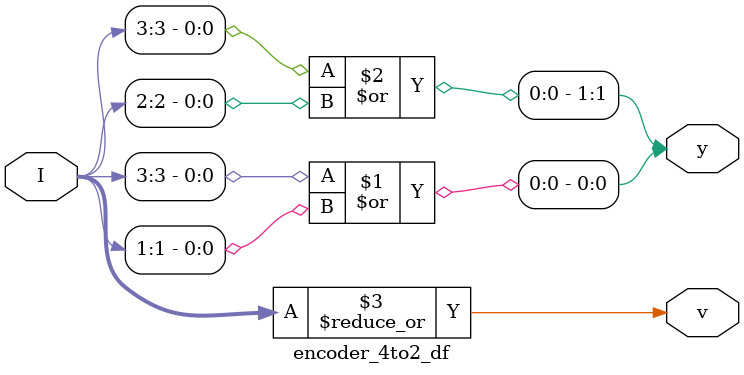
<source format=v>
`timescale 1ns / 1ps


module encoder_4to2_df(y,v,I);
input [3:0] I;
output v;
output [1:0] y;

assign {v,y} = {
    |I,
    I[3] | I[2],
    I[3] | I[1]
};
endmodule

</source>
